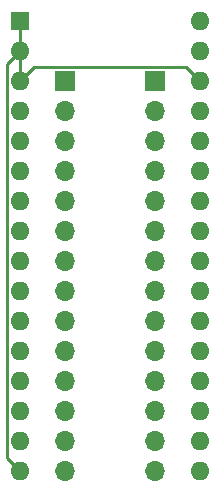
<source format=gtl>
G04 #@! TF.GenerationSoftware,KiCad,Pcbnew,(5.1.9)-1*
G04 #@! TF.CreationDate,2021-11-21T23:00:05-05:00*
G04 #@! TF.ProjectId,sst39-32,73737433-392d-4333-922e-6b696361645f,rev?*
G04 #@! TF.SameCoordinates,Original*
G04 #@! TF.FileFunction,Copper,L1,Top*
G04 #@! TF.FilePolarity,Positive*
%FSLAX46Y46*%
G04 Gerber Fmt 4.6, Leading zero omitted, Abs format (unit mm)*
G04 Created by KiCad (PCBNEW (5.1.9)-1) date 2021-11-21 23:00:05*
%MOMM*%
%LPD*%
G01*
G04 APERTURE LIST*
G04 #@! TA.AperFunction,ComponentPad*
%ADD10O,1.600000X1.600000*%
G04 #@! TD*
G04 #@! TA.AperFunction,ComponentPad*
%ADD11R,1.600000X1.600000*%
G04 #@! TD*
G04 #@! TA.AperFunction,ComponentPad*
%ADD12O,1.700000X1.700000*%
G04 #@! TD*
G04 #@! TA.AperFunction,ComponentPad*
%ADD13R,1.700000X1.700000*%
G04 #@! TD*
G04 #@! TA.AperFunction,Conductor*
%ADD14C,0.250000*%
G04 #@! TD*
G04 APERTURE END LIST*
D10*
X93290000Y-62900000D03*
X78050000Y-101000000D03*
X93290000Y-65440000D03*
X78050000Y-98460000D03*
X93290000Y-67980000D03*
X78050000Y-95920000D03*
X93290000Y-70520000D03*
X78050000Y-93380000D03*
X93290000Y-73060000D03*
X78050000Y-90840000D03*
X93290000Y-75600000D03*
X78050000Y-88300000D03*
X93290000Y-78140000D03*
X78050000Y-85760000D03*
X93290000Y-80680000D03*
X78050000Y-83220000D03*
X93290000Y-83220000D03*
X78050000Y-80680000D03*
X93290000Y-85760000D03*
X78050000Y-78140000D03*
X93290000Y-88300000D03*
X78050000Y-75600000D03*
X93290000Y-90840000D03*
X78050000Y-73060000D03*
X93290000Y-93380000D03*
X78050000Y-70520000D03*
X93290000Y-95920000D03*
X78050000Y-67980000D03*
X93290000Y-98460000D03*
X78050000Y-65440000D03*
X93290000Y-101000000D03*
D11*
X78050000Y-62900000D03*
D12*
X89460000Y-101020000D03*
X89460000Y-98480000D03*
X89460000Y-95940000D03*
X89460000Y-93400000D03*
X89460000Y-90860000D03*
X89460000Y-88320000D03*
X89460000Y-85780000D03*
X89460000Y-83240000D03*
X89460000Y-80700000D03*
X89460000Y-78160000D03*
X89460000Y-75620000D03*
X89460000Y-73080000D03*
X89460000Y-70540000D03*
D13*
X89460000Y-68000000D03*
D12*
X81850000Y-101020000D03*
X81850000Y-98480000D03*
X81850000Y-95940000D03*
X81850000Y-93400000D03*
X81850000Y-90860000D03*
X81850000Y-88320000D03*
X81850000Y-85780000D03*
X81850000Y-83240000D03*
X81850000Y-80700000D03*
X81850000Y-78160000D03*
X81850000Y-75620000D03*
X81850000Y-73080000D03*
X81850000Y-70540000D03*
D13*
X81850000Y-68000000D03*
D14*
X78050000Y-67980000D02*
X78050000Y-65440000D01*
X78050000Y-65440000D02*
X78050000Y-62900000D01*
X92134999Y-66824999D02*
X93290000Y-67980000D01*
X79205001Y-66824999D02*
X92134999Y-66824999D01*
X78050000Y-67980000D02*
X79205001Y-66824999D01*
X76924999Y-99874999D02*
X78050000Y-101000000D01*
X76924999Y-66565001D02*
X76924999Y-99874999D01*
X78050000Y-65440000D02*
X76924999Y-66565001D01*
M02*

</source>
